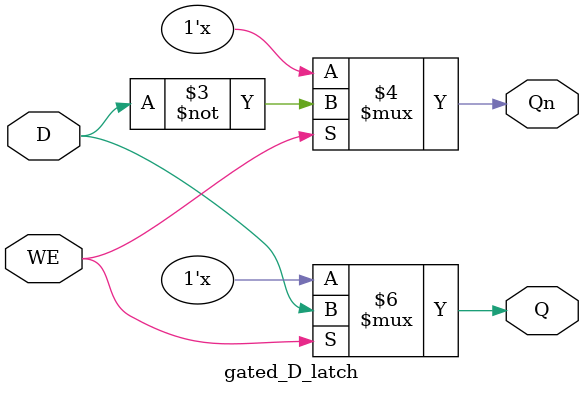
<source format=v>
module gated_D_latch(WE, D, Q, Qn);

    input WE;
    input D;
    output reg Q,Qn;

    always @ (*)
    begin
        if (WE == 1) begin
            Q <= D;
            Qn <= ~D;
        end
    end
endmodule
</source>
